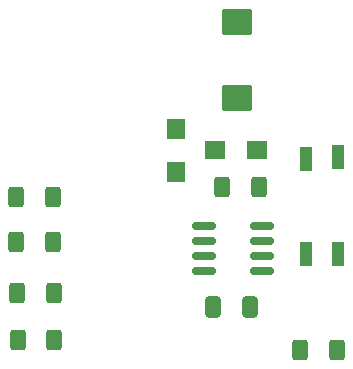
<source format=gtp>
G04 #@! TF.GenerationSoftware,KiCad,Pcbnew,9.0.2-9.0.2-0~ubuntu24.04.1*
G04 #@! TF.CreationDate,2025-05-09T21:26:21+01:00*
G04 #@! TF.ProjectId,can-bus-kicad,63616e2d-6275-4732-9d6b-696361642e6b,rev?*
G04 #@! TF.SameCoordinates,Original*
G04 #@! TF.FileFunction,Paste,Top*
G04 #@! TF.FilePolarity,Positive*
%FSLAX46Y46*%
G04 Gerber Fmt 4.6, Leading zero omitted, Abs format (unit mm)*
G04 Created by KiCad (PCBNEW 9.0.2-9.0.2-0~ubuntu24.04.1) date 2025-05-09 21:26:21*
%MOMM*%
%LPD*%
G01*
G04 APERTURE LIST*
G04 Aperture macros list*
%AMRoundRect*
0 Rectangle with rounded corners*
0 $1 Rounding radius*
0 $2 $3 $4 $5 $6 $7 $8 $9 X,Y pos of 4 corners*
0 Add a 4 corners polygon primitive as box body*
4,1,4,$2,$3,$4,$5,$6,$7,$8,$9,$2,$3,0*
0 Add four circle primitives for the rounded corners*
1,1,$1+$1,$2,$3*
1,1,$1+$1,$4,$5*
1,1,$1+$1,$6,$7*
1,1,$1+$1,$8,$9*
0 Add four rect primitives between the rounded corners*
20,1,$1+$1,$2,$3,$4,$5,0*
20,1,$1+$1,$4,$5,$6,$7,0*
20,1,$1+$1,$6,$7,$8,$9,0*
20,1,$1+$1,$8,$9,$2,$3,0*%
G04 Aperture macros list end*
%ADD10RoundRect,0.250000X0.400000X0.625000X-0.400000X0.625000X-0.400000X-0.625000X0.400000X-0.625000X0*%
%ADD11R,1.803400X1.600200*%
%ADD12R,1.000000X2.000000*%
%ADD13R,1.600200X1.803400*%
%ADD14RoundRect,0.250000X-0.400000X-0.625000X0.400000X-0.625000X0.400000X0.625000X-0.400000X0.625000X0*%
%ADD15RoundRect,0.250000X0.412500X0.650000X-0.412500X0.650000X-0.412500X-0.650000X0.412500X-0.650000X0*%
%ADD16RoundRect,0.150000X-0.825000X-0.150000X0.825000X-0.150000X0.825000X0.150000X-0.825000X0.150000X0*%
%ADD17RoundRect,0.250001X1.044999X-0.872499X1.044999X0.872499X-1.044999X0.872499X-1.044999X-0.872499X0*%
G04 APERTURE END LIST*
D10*
G04 #@! TO.C,R6*
X133350000Y-84800000D03*
X130250000Y-84800000D03*
G04 #@! TD*
D11*
G04 #@! TO.C,D1*
X133216100Y-81700000D03*
X129583900Y-81700000D03*
G04 #@! TD*
D10*
G04 #@! TO.C,R1*
X139950000Y-98600000D03*
X136850000Y-98600000D03*
G04 #@! TD*
G04 #@! TO.C,R3*
X115880000Y-89500000D03*
X112780000Y-89500000D03*
G04 #@! TD*
G04 #@! TO.C,R5*
X116000000Y-97750000D03*
X112900000Y-97750000D03*
G04 #@! TD*
D12*
G04 #@! TO.C,IND1*
X140000000Y-82300000D03*
X137300000Y-82400000D03*
X137300000Y-90500000D03*
X140000000Y-90500000D03*
G04 #@! TD*
D13*
G04 #@! TO.C,D2*
X126300000Y-83516100D03*
X126300000Y-79883900D03*
G04 #@! TD*
D14*
G04 #@! TO.C,R4*
X112870000Y-93800000D03*
X115970000Y-93800000D03*
G04 #@! TD*
D15*
G04 #@! TO.C,C2*
X132562500Y-95000000D03*
X129437500Y-95000000D03*
G04 #@! TD*
D16*
G04 #@! TO.C,U3*
X128670000Y-88080000D03*
X128670000Y-89350000D03*
X128670000Y-90620000D03*
X128670000Y-91890000D03*
X133620000Y-91890000D03*
X133620000Y-90620000D03*
X133620000Y-89350000D03*
X133620000Y-88080000D03*
G04 #@! TD*
D10*
G04 #@! TO.C,R2*
X115880000Y-85620000D03*
X112780000Y-85620000D03*
G04 #@! TD*
D17*
G04 #@! TO.C,C3*
X131500000Y-77257500D03*
X131500000Y-70842500D03*
G04 #@! TD*
M02*

</source>
